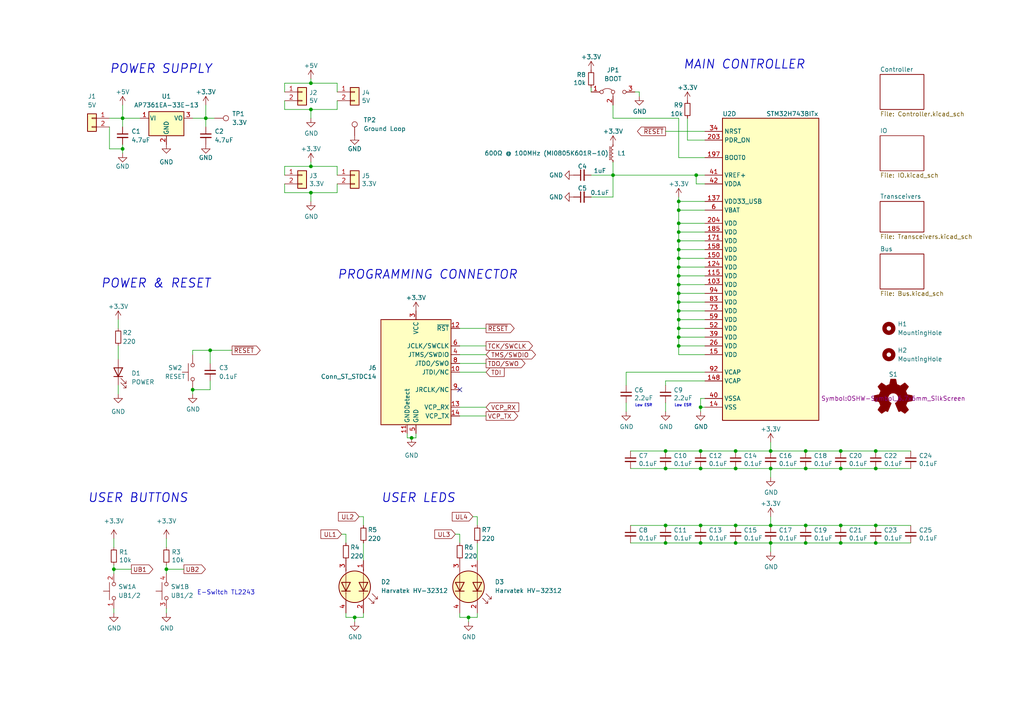
<source format=kicad_sch>
(kicad_sch (version 20230121) (generator eeschema)
  (paper "A4")
  (title_block (title "BigBoy") (rev "1"))
  (junction (at 201.93 50.8))
  (junction (at 203.2 118.11))
  (junction (at 196.85 77.47))
  (junction (at 196.85 80.01))
  (junction (at 135.89 179.07))
  (junction (at 48.26 165.1))
  (junction (at 203.2 152.4))
  (junction (at 196.85 92.71))
  (junction (at 203.2 130.81))
  (junction (at 254 152.4))
  (junction (at 119.38 127))
  (junction (at 223.52 157.48))
  (junction (at 177.8 50.8))
  (junction (at 90.17 31.75))
  (junction (at 213.36 157.48))
  (junction (at 193.04 135.89))
  (junction (at 196.85 58.42))
  (junction (at 233.68 130.81))
  (junction (at 196.85 97.79))
  (junction (at 213.36 152.4))
  (junction (at 243.84 135.89))
  (junction (at 233.68 135.89))
  (junction (at 35.56 43.18))
  (junction (at 223.52 135.89))
  (junction (at 196.85 67.31))
  (junction (at 196.85 82.55))
  (junction (at 213.36 130.81))
  (junction (at 233.68 152.4))
  (junction (at 193.04 130.81))
  (junction (at 223.52 152.4))
  (junction (at 196.85 90.17))
  (junction (at 193.04 152.4))
  (junction (at 196.85 72.39))
  (junction (at 196.85 60.96))
  (junction (at 196.85 74.93))
  (junction (at 90.17 24.13))
  (junction (at 196.85 64.77))
  (junction (at 196.85 100.33))
  (junction (at 254 157.48))
  (junction (at 196.85 69.85))
  (junction (at 213.36 135.89))
  (junction (at 196.85 95.25))
  (junction (at 59.69 34.29))
  (junction (at 243.84 130.81))
  (junction (at 243.84 157.48))
  (junction (at 233.68 157.48))
  (junction (at 203.2 135.89))
  (junction (at 102.87 179.07))
  (junction (at 196.85 87.63))
  (junction (at 203.2 157.48))
  (junction (at 243.84 152.4))
  (junction (at 90.17 48.26))
  (junction (at 223.52 130.81))
  (junction (at 90.17 55.88))
  (junction (at 193.04 157.48))
  (junction (at 35.56 34.29))
  (junction (at 254 135.89))
  (junction (at 55.88 113.03))
  (junction (at 60.96 101.6))
  (junction (at 196.85 85.09))
  (junction (at 33.02 165.1))
  (junction (at 254 130.81))
  (no_connect (at 133.35 113.03))
  (wire (pts (xy 133.35 154.94) (xy 133.35 157.48)))
  (wire (pts (xy 105.41 157.48) (xy 105.41 162.56)))
  (wire (pts (xy 203.2 152.4) (xy 213.36 152.4)))
  (wire (pts (xy 59.69 34.29) (xy 59.69 36.83)))
  (wire (pts (xy 182.88 130.81) (xy 193.04 130.81)))
  (wire (pts (xy 90.17 55.88) (xy 97.79 55.88)))
  (wire (pts (xy 254 130.81) (xy 264.16 130.81)))
  (wire (pts (xy 97.79 26.67) (xy 97.79 24.13)))
  (wire (pts (xy 171.45 57.15) (xy 177.8 57.15)))
  (wire (pts (xy 254 157.48) (xy 264.16 157.48)))
  (wire (pts (xy 82.55 31.75) (xy 82.55 29.21)))
  (wire (pts (xy 204.47 118.11) (xy 203.2 118.11)))
  (wire (pts (xy 193.04 130.81) (xy 203.2 130.81)))
  (wire (pts (xy 196.85 60.96) (xy 204.47 60.96)))
  (wire (pts (xy 196.85 92.71) (xy 196.85 90.17)))
  (wire (pts (xy 132.08 154.94) (xy 133.35 154.94)))
  (wire (pts (xy 133.35 102.87) (xy 140.97 102.87)))
  (wire (pts (xy 196.85 90.17) (xy 196.85 87.63)))
  (wire (pts (xy 204.47 100.33) (xy 196.85 100.33)))
  (wire (pts (xy 102.87 179.07) (xy 105.41 179.07)))
  (wire (pts (xy 196.85 87.63) (xy 204.47 87.63)))
  (wire (pts (xy 196.85 74.93) (xy 196.85 72.39)))
  (wire (pts (xy 90.17 48.26) (xy 90.17 46.99)))
  (wire (pts (xy 60.96 101.6) (xy 55.88 101.6)))
  (wire (pts (xy 203.2 157.48) (xy 213.36 157.48)))
  (wire (pts (xy 31.75 43.18) (xy 35.56 43.18)))
  (wire (pts (xy 133.35 120.65) (xy 140.97 120.65)))
  (wire (pts (xy 213.36 130.81) (xy 223.52 130.81)))
  (wire (pts (xy 118.11 127) (xy 119.38 127)))
  (wire (pts (xy 82.55 55.88) (xy 90.17 55.88)))
  (wire (pts (xy 243.84 135.89) (xy 254 135.89)))
  (wire (pts (xy 34.29 100.33) (xy 34.29 104.14)))
  (wire (pts (xy 196.85 82.55) (xy 196.85 80.01)))
  (wire (pts (xy 48.26 165.1) (xy 48.26 163.83)))
  (wire (pts (xy 223.52 149.86) (xy 223.52 152.4)))
  (wire (pts (xy 203.2 130.81) (xy 213.36 130.81)))
  (wire (pts (xy 55.88 34.29) (xy 59.69 34.29)))
  (wire (pts (xy 193.04 116.84) (xy 193.04 119.38)))
  (wire (pts (xy 133.35 105.41) (xy 140.97 105.41)))
  (wire (pts (xy 254 130.81) (xy 243.84 130.81)))
  (wire (pts (xy 33.02 165.1) (xy 33.02 163.83)))
  (wire (pts (xy 48.26 156.21) (xy 48.26 158.75)))
  (wire (pts (xy 133.35 179.07) (xy 135.89 179.07)))
  (wire (pts (xy 196.85 60.96) (xy 196.85 64.77)))
  (wire (pts (xy 196.85 72.39) (xy 196.85 69.85)))
  (wire (pts (xy 177.8 50.8) (xy 201.93 50.8)))
  (wire (pts (xy 33.02 165.1) (xy 33.02 166.37)))
  (wire (pts (xy 213.36 157.48) (xy 223.52 157.48)))
  (wire (pts (xy 193.04 110.49) (xy 193.04 111.76)))
  (wire (pts (xy 196.85 67.31) (xy 204.47 67.31)))
  (wire (pts (xy 243.84 157.48) (xy 254 157.48)))
  (wire (pts (xy 118.11 125.73) (xy 118.11 127)))
  (wire (pts (xy 35.56 41.91) (xy 35.56 43.18)))
  (wire (pts (xy 196.85 77.47) (xy 196.85 74.93)))
  (wire (pts (xy 102.87 180.34) (xy 102.87 179.07)))
  (wire (pts (xy 204.47 115.57) (xy 203.2 115.57)))
  (wire (pts (xy 67.31 101.6) (xy 60.96 101.6)))
  (wire (pts (xy 97.79 29.21) (xy 97.79 31.75)))
  (wire (pts (xy 100.33 177.8) (xy 100.33 179.07)))
  (wire (pts (xy 97.79 53.34) (xy 97.79 55.88)))
  (wire (pts (xy 138.43 177.8) (xy 138.43 179.07)))
  (wire (pts (xy 196.85 80.01) (xy 204.47 80.01)))
  (wire (pts (xy 90.17 34.29) (xy 90.17 31.75)))
  (wire (pts (xy 196.85 64.77) (xy 204.47 64.77)))
  (wire (pts (xy 55.88 101.6) (xy 55.88 102.87)))
  (wire (pts (xy 35.56 34.29) (xy 35.56 36.83)))
  (wire (pts (xy 196.85 34.29) (xy 196.85 45.72)))
  (wire (pts (xy 196.85 95.25) (xy 204.47 95.25)))
  (wire (pts (xy 196.85 72.39) (xy 204.47 72.39)))
  (wire (pts (xy 59.69 34.29) (xy 62.23 34.29)))
  (wire (pts (xy 105.41 149.86) (xy 105.41 152.4)))
  (wire (pts (xy 133.35 118.11) (xy 140.97 118.11)))
  (wire (pts (xy 31.75 36.83) (xy 31.75 43.18)))
  (wire (pts (xy 203.2 135.89) (xy 193.04 135.89)))
  (wire (pts (xy 138.43 157.48) (xy 138.43 162.56)))
  (wire (pts (xy 171.45 50.8) (xy 177.8 50.8)))
  (wire (pts (xy 243.84 130.81) (xy 233.68 130.81)))
  (wire (pts (xy 196.85 69.85) (xy 196.85 67.31)))
  (wire (pts (xy 203.2 135.89) (xy 213.36 135.89)))
  (wire (pts (xy 82.55 55.88) (xy 82.55 53.34)))
  (wire (pts (xy 196.85 85.09) (xy 204.47 85.09)))
  (wire (pts (xy 55.88 113.03) (xy 55.88 114.3)))
  (wire (pts (xy 196.85 57.15) (xy 196.85 58.42)))
  (wire (pts (xy 35.56 34.29) (xy 40.64 34.29)))
  (wire (pts (xy 204.47 107.95) (xy 181.61 107.95)))
  (wire (pts (xy 48.26 176.53) (xy 48.26 177.8)))
  (wire (pts (xy 181.61 107.95) (xy 181.61 111.76)))
  (wire (pts (xy 177.8 34.29) (xy 177.8 30.48)))
  (wire (pts (xy 120.65 125.73) (xy 120.65 127)))
  (wire (pts (xy 233.68 157.48) (xy 243.84 157.48)))
  (wire (pts (xy 137.16 149.86) (xy 138.43 149.86)))
  (wire (pts (xy 201.93 53.34) (xy 204.47 53.34)))
  (wire (pts (xy 100.33 154.94) (xy 100.33 157.48)))
  (wire (pts (xy 213.36 135.89) (xy 223.52 135.89)))
  (wire (pts (xy 196.85 85.09) (xy 196.85 82.55)))
  (wire (pts (xy 196.85 67.31) (xy 196.85 64.77)))
  (wire (pts (xy 90.17 48.26) (xy 97.79 48.26)))
  (wire (pts (xy 196.85 77.47) (xy 204.47 77.47)))
  (wire (pts (xy 33.02 156.21) (xy 33.02 158.75)))
  (wire (pts (xy 82.55 24.13) (xy 90.17 24.13)))
  (wire (pts (xy 135.89 180.34) (xy 135.89 179.07)))
  (wire (pts (xy 243.84 152.4) (xy 233.68 152.4)))
  (wire (pts (xy 204.47 110.49) (xy 193.04 110.49)))
  (wire (pts (xy 60.96 101.6) (xy 60.96 105.41)))
  (wire (pts (xy 204.47 50.8) (xy 201.93 50.8)))
  (wire (pts (xy 177.8 34.29) (xy 196.85 34.29)))
  (wire (pts (xy 254 135.89) (xy 264.16 135.89)))
  (wire (pts (xy 90.17 24.13) (xy 97.79 24.13)))
  (wire (pts (xy 171.45 25.4) (xy 171.45 26.67)))
  (wire (pts (xy 105.41 177.8) (xy 105.41 179.07)))
  (wire (pts (xy 203.2 118.11) (xy 203.2 119.38)))
  (wire (pts (xy 82.55 48.26) (xy 82.55 50.8)))
  (wire (pts (xy 203.2 115.57) (xy 203.2 118.11)))
  (wire (pts (xy 177.8 46.99) (xy 177.8 50.8)))
  (wire (pts (xy 223.52 157.48) (xy 233.68 157.48)))
  (wire (pts (xy 196.85 74.93) (xy 204.47 74.93)))
  (wire (pts (xy 34.29 111.76) (xy 34.29 114.3)))
  (wire (pts (xy 193.04 152.4) (xy 203.2 152.4)))
  (wire (pts (xy 196.85 60.96) (xy 196.85 58.42)))
  (wire (pts (xy 100.33 179.07) (xy 102.87 179.07)))
  (wire (pts (xy 138.43 149.86) (xy 138.43 152.4)))
  (wire (pts (xy 204.47 40.64) (xy 199.39 40.64)))
  (wire (pts (xy 193.04 157.48) (xy 182.88 157.48)))
  (wire (pts (xy 185.42 27.94) (xy 185.42 26.67)))
  (wire (pts (xy 199.39 34.29) (xy 199.39 40.64)))
  (wire (pts (xy 223.52 130.81) (xy 233.68 130.81)))
  (wire (pts (xy 196.85 87.63) (xy 196.85 85.09)))
  (wire (pts (xy 97.79 50.8) (xy 97.79 48.26)))
  (wire (pts (xy 196.85 100.33) (xy 196.85 97.79)))
  (wire (pts (xy 90.17 58.42) (xy 90.17 55.88)))
  (wire (pts (xy 223.52 135.89) (xy 233.68 135.89)))
  (wire (pts (xy 193.04 135.89) (xy 182.88 135.89)))
  (wire (pts (xy 196.85 92.71) (xy 204.47 92.71)))
  (wire (pts (xy 120.65 127) (xy 119.38 127)))
  (wire (pts (xy 35.56 43.18) (xy 35.56 44.45)))
  (wire (pts (xy 133.35 100.33) (xy 140.97 100.33)))
  (wire (pts (xy 177.8 50.8) (xy 177.8 57.15)))
  (wire (pts (xy 196.85 69.85) (xy 204.47 69.85)))
  (wire (pts (xy 196.85 80.01) (xy 196.85 77.47)))
  (wire (pts (xy 196.85 97.79) (xy 204.47 97.79)))
  (wire (pts (xy 33.02 176.53) (xy 33.02 177.8)))
  (wire (pts (xy 60.96 113.03) (xy 55.88 113.03)))
  (wire (pts (xy 82.55 31.75) (xy 90.17 31.75)))
  (wire (pts (xy 233.68 135.89) (xy 243.84 135.89)))
  (wire (pts (xy 223.52 135.89) (xy 223.52 138.43)))
  (wire (pts (xy 31.75 34.29) (xy 35.56 34.29)))
  (wire (pts (xy 223.52 152.4) (xy 233.68 152.4)))
  (wire (pts (xy 196.85 95.25) (xy 196.85 92.71)))
  (wire (pts (xy 204.47 102.87) (xy 196.85 102.87)))
  (wire (pts (xy 38.1 165.1) (xy 33.02 165.1)))
  (wire (pts (xy 196.85 90.17) (xy 204.47 90.17)))
  (wire (pts (xy 135.89 179.07) (xy 138.43 179.07)))
  (wire (pts (xy 133.35 107.95) (xy 140.97 107.95)))
  (wire (pts (xy 185.42 26.67) (xy 184.15 26.67)))
  (wire (pts (xy 53.34 165.1) (xy 48.26 165.1)))
  (wire (pts (xy 196.85 82.55) (xy 204.47 82.55)))
  (wire (pts (xy 182.88 152.4) (xy 193.04 152.4)))
  (wire (pts (xy 201.93 50.8) (xy 201.93 53.34)))
  (wire (pts (xy 48.26 165.1) (xy 48.26 166.37)))
  (wire (pts (xy 254 152.4) (xy 243.84 152.4)))
  (wire (pts (xy 254 152.4) (xy 264.16 152.4)))
  (wire (pts (xy 59.69 30.48) (xy 59.69 34.29)))
  (wire (pts (xy 34.29 92.71) (xy 34.29 95.25)))
  (wire (pts (xy 60.96 110.49) (xy 60.96 113.03)))
  (wire (pts (xy 223.52 157.48) (xy 223.52 160.02)))
  (wire (pts (xy 196.85 45.72) (xy 204.47 45.72)))
  (wire (pts (xy 196.85 100.33) (xy 196.85 102.87)))
  (wire (pts (xy 82.55 48.26) (xy 90.17 48.26)))
  (wire (pts (xy 213.36 152.4) (xy 223.52 152.4)))
  (wire (pts (xy 133.35 95.25) (xy 140.97 95.25)))
  (wire (pts (xy 104.14 149.86) (xy 105.41 149.86)))
  (wire (pts (xy 223.52 128.27) (xy 223.52 130.81)))
  (wire (pts (xy 90.17 31.75) (xy 97.79 31.75)))
  (wire (pts (xy 133.35 177.8) (xy 133.35 179.07)))
  (wire (pts (xy 82.55 24.13) (xy 82.55 26.67)))
  (wire (pts (xy 90.17 24.13) (xy 90.17 22.86)))
  (wire (pts (xy 181.61 116.84) (xy 181.61 119.38)))
  (wire (pts (xy 99.06 154.94) (xy 100.33 154.94)))
  (wire (pts (xy 203.2 157.48) (xy 193.04 157.48)))
  (wire (pts (xy 196.85 97.79) (xy 196.85 95.25)))
  (wire (pts (xy 193.04 38.1) (xy 204.47 38.1)))
  (wire (pts (xy 35.56 30.48) (xy 35.56 34.29)))
  (wire (pts (xy 196.85 58.42) (xy 204.47 58.42)))
  (text "MAIN CONTROLLER\n" (at 198.12 20.32 0) (effects (font (size 2.56 2.56) (thickness 0.254) bold italic) (justify left bottom)))
  (text "POWER SUPPLY" (at 31.75 21.59 0) (effects (font (size 2.56 2.56) (thickness 0.254) bold italic) (justify left bottom)))
  (text "POWER & RESET\n" (at 29.21 83.82 0) (effects (font (size 2.56 2.56) (thickness 0.254) bold italic) (justify left bottom)))
  (text "USER BUTTONS" (at 25.4 146.05 0) (effects (font (size 2.56 2.56) (thickness 0.254) bold italic) (justify left bottom)))
  (text "PROGRAMMING CONNECTOR\n" (at 97.79 81.28 0) (effects (font (size 2.56 2.56) (thickness 0.254) bold italic) (justify left bottom)))
  (text "USER LEDS" (at 110.49 146.05 0) (effects (font (size 2.56 2.56) (thickness 0.254) bold italic) (justify left bottom)))
  (text "E-Switch TL2243" (at 57.15 172.72 0) (effects (font (size 1.27 1.27)) (justify left bottom)))
  (text "Low ESR" (at 195.58 118.11 0) (effects (font (size 0.762 0.762)) (justify left bottom)))
  (text "Low ESR" (at 184.15 118.11 0) (effects (font (size 0.762 0.762)) (justify left bottom)))
  (global_label "UB1" (shape output) (at 38.1 165.1 0) (property "Intersheetrefs" "${INTERSHEET_REFS}" (effects hide)))
  (global_label "VCP_RX" (shape input) (at 140.97 118.11 0) (property "Intersheetrefs" "${INTERSHEET_REFS}" (effects hide)))
  (global_label "~{RESET}" (shape output) (at 193.04 38.1 180) (property "Intersheetrefs" "${INTERSHEET_REFS}" (effects hide)))
  (global_label "TDI" (shape input) (at 140.97 107.95 0) (property "Intersheetrefs" "${INTERSHEET_REFS}" (effects hide)))
  (global_label "UB2" (shape output) (at 53.34 165.1 0) (property "Intersheetrefs" "${INTERSHEET_REFS}" (effects hide)))
  (global_label "~{RESET}" (shape output) (at 140.97 95.25 0) (property "Intersheetrefs" "${INTERSHEET_REFS}" (effects hide)))
  (global_label "TMS{slash}SWDIO" (shape bidirectional) (at 140.97 102.87 0) (property "Intersheetrefs" "${INTERSHEET_REFS}" (effects hide)))
  (global_label "VCP_TX" (shape output) (at 140.97 120.65 0) (property "Intersheetrefs" "${INTERSHEET_REFS}" (effects hide)))
  (global_label "TCK{slash}SWCLK" (shape output) (at 140.97 100.33 0) (property "Intersheetrefs" "${INTERSHEET_REFS}" (effects hide)))
  (global_label "UL4" (shape input) (at 137.16 149.86 180) (property "Intersheetrefs" "${INTERSHEET_REFS}" (effects hide)))
  (global_label "UL3" (shape input) (at 132.08 154.94 180) (property "Intersheetrefs" "${INTERSHEET_REFS}" (effects hide)))
  (global_label "~{RESET}" (shape output) (at 67.31 101.6 0) (property "Intersheetrefs" "${INTERSHEET_REFS}" (effects hide)))
  (global_label "UL1" (shape input) (at 99.06 154.94 180) (property "Intersheetrefs" "${INTERSHEET_REFS}" (effects hide)))
  (global_label "UL2" (shape input) (at 104.14 149.86 180) (property "Intersheetrefs" "${INTERSHEET_REFS}" (effects hide)))
  (global_label "TDO{slash}SWO" (shape output) (at 140.97 105.41 0) (property "Intersheetrefs" "${INTERSHEET_REFS}" (effects hide)))
  (symbol (lib_id "Device:C_Small") (at 60.96 107.95 0) (unit 1)
    (property "Reference" "C3" (at 63.5 106.68 0) (effects (justify left)))
    (property "Value" "0.1uF" (at 63.5 109.22 0) (effects (justify left)))
    (property "Footprint" "Capacitor_SMD:C_0805_2012Metric_Pad1.18x1.45mm_HandSolder" (effects hide))
  )
  (symbol (lib_id "Device:R_Small") (at 133.35 160.02 0) (unit 1)
    (property "Reference" "R6" (at 134.62 158.75 0) (effects (justify left)))
    (property "Value" "220" (at 134.62 161.29 0) (effects (justify left)))
    (property "Footprint" "Resistor_SMD:R_0805_2012Metric_Pad1.20x1.40mm_HandSolder" (effects hide))
  )
  (symbol (lib_id "Device:LED_Dual_AKAK") (at 102.87 170.18 270) (unit 1)
    (property "Reference" "D2" (at 110.49 168.783 90) (effects (justify left)))
    (property "Value" "Harvatek HV-32312" (at 110.49 171.323 90) (effects (justify left)))
    (property "Footprint" "Computie_Miscellaneous:Harvatek_HV-32312-260-2SUB" (effects hide))
  )
  (symbol (lib_id "Device:C_Small") (at 168.91 50.8 90) (unit 1)
    (property "Reference" "C4" (at 168.91 48.26 90))
    (property "Value" "1uF" (at 173.99 49.53 90))
    (property "Footprint" "Capacitor_SMD:C_0805_2012Metric_Pad1.18x1.45mm_HandSolder" (effects hide))
  )
  (symbol (lib_id "Device:C_Small") (at 233.68 133.35 0) (unit 1)
    (property "Reference" "C18" (at 236.0168 132.1816 0) (effects (justify left)))
    (property "Value" "0.1uF" (at 236.0168 134.493 0) (effects (justify left)))
    (property "Footprint" "Capacitor_SMD:C_0805_2012Metric_Pad1.18x1.45mm_HandSolder" (effects hide))
  )
  (symbol (lib_id "Device:R_Small") (at 48.26 161.29 0) (unit 1)
    (property "Reference" "R3" (at 49.7586 160.1216 0) (effects (justify left)))
    (property "Value" "10k" (at 49.7586 162.433 0) (effects (justify left)))
    (property "Footprint" "Resistor_SMD:R_0805_2012Metric_Pad1.20x1.40mm_HandSolder" (effects hide))
  )
  (symbol (lib_id "Computie_Microcontrollers:STM32H743BITx") (at 223.52 76.2 0) (unit 4)
    (property "Reference" "U2" (at 209.55 33.02 0) (effects (justify left)))
    (property "Value" "STM32H743BITx" (at 222.25 33.02 0) (effects (justify left)))
    (property "Footprint" "Package_QFP:LQFP-208_28x28mm_P0.5mm" (effects hide))
    (property "Datasheet" "https://www.st.com/resource/en/datasheet/stm32h743bi.pdf" (effects hide))
  )
  (symbol (lib_id "power:+3.3V") (at 59.69 30.48 0) (unit 1)
    (property "Reference" "#PWR011" (effects hide))
    (property "Value" "+3.3V" (at 59.69 26.67 0))
  )
  (symbol (lib_id "power:GND") (at 223.52 160.02 0) (unit 1)
    (property "Reference" "#PWR035" (effects hide))
    (property "Value" "GND" (at 223.647 164.4142 0))
  )
  (symbol (lib_id "Mechanical:MountingHole") (at 257.81 102.87 0) (unit 1)
    (property "Reference" "H2" (at 260.35 101.6 0) (effects (justify left)))
    (property "Value" "MountingHole" (at 260.35 104.14 0) (effects (justify left)))
    (property "Footprint" "MountingHole:MountingHole_2.7mm_M2.5_DIN965" (effects hide))
  )
  (symbol (lib_id "Device:R_Small") (at 100.33 160.02 0) (unit 1)
    (property "Reference" "R4" (at 101.6 158.75 0) (effects (justify left)))
    (property "Value" "220" (at 101.6 161.29 0) (effects (justify left)))
    (property "Footprint" "Resistor_SMD:R_0805_2012Metric_Pad1.20x1.40mm_HandSolder" (effects hide))
  )
  (symbol (lib_id "Device:C_Small") (at 254 133.35 0) (unit 1)
    (property "Reference" "C22" (at 256.3368 132.1816 0) (effects (justify left)))
    (property "Value" "0.1uF" (at 256.3368 134.493 0) (effects (justify left)))
    (property "Footprint" "Capacitor_SMD:C_0805_2012Metric_Pad1.18x1.45mm_HandSolder" (effects hide))
  )
  (symbol (lib_id "power:+3.3V") (at 223.52 128.27 0) (unit 1)
    (property "Reference" "#PWR032" (effects hide))
    (property "Value" "+3.3V" (at 223.52 124.46 0))
  )
  (symbol (lib_id "Connector_Generic:Conn_01x02") (at 102.87 50.8 0) (unit 1)
    (property "Reference" "J5" (at 104.902 51.0032 0) (effects (justify left)))
    (property "Value" "3.3V" (at 104.902 53.3146 0) (effects (justify left)))
    (property "Footprint" "Connector_PinHeader_2.54mm:PinHeader_1x02_P2.54mm_Vertical" (effects hide))
  )
  (symbol (lib_id "Device:C_Small") (at 264.16 154.94 0) (unit 1)
    (property "Reference" "C25" (at 266.4968 153.7716 0) (effects (justify left)))
    (property "Value" "0.1uF" (at 266.4968 156.083 0) (effects (justify left)))
    (property "Footprint" "Capacitor_SMD:C_0805_2012Metric_Pad1.18x1.45mm_HandSolder" (effects hide))
  )
  (symbol (lib_id "Switch:SW_Push_Dual_x2") (at 33.02 171.45 90) (unit 1)
    (property "Reference" "SW1" (at 34.29 170.18 90) (effects (justify right)))
    (property "Value" "UB1/2" (at 34.29 172.72 90) (effects (justify right)))
    (property "Footprint" "Computie_Miscellaneous:E-Switch_TL2243" (effects hide))
  )
  (symbol (lib_id "Device:R_Small") (at 171.45 22.86 0) (mirror y) (unit 1)
    (property "Reference" "R8" (at 169.9514 21.6916 0) (effects (justify left)))
    (property "Value" "10k" (at 169.9514 24.003 0) (effects (justify left)))
    (property "Footprint" "Resistor_SMD:R_0805_2012Metric_Pad1.20x1.40mm_HandSolder" (effects hide))
  )
  (symbol (lib_id "Device:R_Small") (at 34.29 97.79 0) (unit 1)
    (property "Reference" "R2" (at 35.56 96.52 0) (effects (justify left)))
    (property "Value" "220" (at 35.56 99.06 0) (effects (justify left)))
    (property "Footprint" "Resistor_SMD:R_0805_2012Metric_Pad1.20x1.40mm_HandSolder" (effects hide))
  )
  (symbol (lib_id "Device:C_Small") (at 181.61 114.3 0) (unit 1)
    (property "Reference" "C6" (at 183.9468 113.1316 0) (effects (justify left)))
    (property "Value" "2.2uF" (at 183.9468 115.443 0) (effects (justify left)))
    (property "Footprint" "Capacitor_SMD:C_0805_2012Metric_Pad1.18x1.45mm_HandSolder" (effects hide))
  )
  (symbol (lib_id "power:+3.3V") (at 171.45 20.32 0) (unit 1)
    (property "Reference" "#PWR024" (effects hide))
    (property "Value" "+3.3V" (at 171.45 16.51 0))
  )
  (symbol (lib_id "Connector:TestPoint") (at 62.23 34.29 270) (unit 1)
    (property "Reference" "TP1" (at 67.31 33.02 90) (effects (justify left)))
    (property "Value" "3.3V" (at 67.31 35.56 90) (effects (justify left)))
    (property "Footprint" "TestPoint:TestPoint_THTPad_2.0x2.0mm_Drill1.0mm" (effects hide))
  )
  (symbol (lib_id "power:GND") (at 193.04 119.38 0) (unit 1)
    (property "Reference" "#PWR028" (effects hide))
    (property "Value" "GND" (at 193.167 123.7742 0))
  )
  (symbol (lib_id "power:+5V") (at 35.56 30.48 0) (unit 1)
    (property "Reference" "#PWR05" (effects hide))
    (property "Value" "+5V" (at 35.56 26.67 0))
  )
  (symbol (lib_id "Connector_Generic:Conn_01x02") (at 87.63 26.67 0) (unit 1)
    (property "Reference" "J2" (at 89.662 26.8732 0) (effects (justify left)))
    (property "Value" "5V" (at 89.662 29.1846 0) (effects (justify left)))
    (property "Footprint" "Connector_PinHeader_2.54mm:PinHeader_1x02_P2.54mm_Vertical" (effects hide))
  )
  (symbol (lib_id "Device:C_Small") (at 168.91 57.15 90) (unit 1)
    (property "Reference" "C5" (at 168.91 54.61 90))
    (property "Value" "0.1uF" (at 173.99 55.88 90))
    (property "Footprint" "Capacitor_SMD:C_0805_2012Metric_Pad1.18x1.45mm_HandSolder" (effects hide))
  )
  (symbol (lib_id "power:GND") (at 102.87 39.37 0) (unit 1)
    (property "Reference" "#PWR017" (effects hide))
    (property "Value" "GND" (at 102.87 43.18 0))
  )
  (symbol (lib_id "Connector_Generic:Conn_01x02") (at 102.87 26.67 0) (unit 1)
    (property "Reference" "J4" (at 104.902 26.8732 0) (effects (justify left)))
    (property "Value" "5V" (at 104.902 29.1846 0) (effects (justify left)))
    (property "Footprint" "Connector_PinHeader_2.54mm:PinHeader_1x02_P2.54mm_Vertical" (effects hide))
  )
  (symbol (lib_id "Device:C_Small") (at 203.2 154.94 0) (unit 1)
    (property "Reference" "C13" (at 205.5368 153.7716 0) (effects (justify left)))
    (property "Value" "0.1uF" (at 205.5368 156.083 0) (effects (justify left)))
    (property "Footprint" "Capacitor_SMD:C_0805_2012Metric_Pad1.18x1.45mm_HandSolder" (effects hide))
  )
  (symbol (lib_id "Device:C_Small") (at 182.88 154.94 0) (unit 1)
    (property "Reference" "C8" (at 185.2168 153.7716 0) (effects (justify left)))
    (property "Value" "0.1uF" (at 185.2168 156.083 0) (effects (justify left)))
    (property "Footprint" "Capacitor_SMD:C_0805_2012Metric_Pad1.18x1.45mm_HandSolder" (effects hide))
  )
  (symbol (lib_id "power:+3.3V") (at 48.26 156.21 0) (unit 1)
    (property "Reference" "#PWR08" (effects hide))
    (property "Value" "+3.3V" (at 48.26 151.13 0))
  )
  (symbol (lib_id "power:GND") (at 102.87 180.34 0) (unit 1)
    (property "Reference" "#PWR018" (effects hide))
    (property "Value" "GND" (at 102.997 184.7342 0))
  )
  (symbol (lib_id "power:+3.3V") (at 199.39 29.21 0) (unit 1)
    (property "Reference" "#PWR030" (effects hide))
    (property "Value" "+3.3V" (at 199.39 25.4 0))
  )
  (symbol (lib_id "power:GND") (at 185.42 27.94 0) (unit 1)
    (property "Reference" "#PWR027" (effects hide))
    (property "Value" "GND" (at 185.547 32.3342 0))
  )
  (symbol (lib_id "Device:C_Small") (at 254 154.94 0) (unit 1)
    (property "Reference" "C23" (at 256.3368 153.7716 0) (effects (justify left)))
    (property "Value" "0.1uF" (at 256.3368 156.083 0) (effects (justify left)))
    (property "Footprint" "Capacitor_SMD:C_0805_2012Metric_Pad1.18x1.45mm_HandSolder" (effects hide))
  )
  (symbol (lib_id "Connector:Conn_ST_STDC14") (at 120.65 107.95 0) (unit 1)
    (property "Reference" "J6" (at 109.22 106.68 0) (effects (justify right)))
    (property "Value" "Conn_ST_STDC14" (at 109.22 109.22 0) (effects (justify right)))
    (property "Footprint" "Connector_PinHeader_1.27mm:PinHeader_2x07_P1.27mm_Vertical_SMD" (effects hide))
    (property "Datasheet" "https://www.st.com/content/ccc/resource/technical/document/user_manual/group1/99/49/91/b6/b2/3a/46/e5/DM00526767/files/DM00526767.pdf/jcr:content/translations/en.DM00526767.pdf" (effects hide))
  )
  (symbol (lib_id "power:GND") (at 181.61 119.38 0) (unit 1)
    (property "Reference" "#PWR026" (effects hide))
    (property "Value" "GND" (at 181.737 123.7742 0))
  )
  (symbol (lib_id "Device:C_Small") (at 243.84 154.94 0) (unit 1)
    (property "Reference" "C21" (at 246.1768 153.7716 0) (effects (justify left)))
    (property "Value" "0.1uF" (at 246.1768 156.083 0) (effects (justify left)))
    (property "Footprint" "Capacitor_SMD:C_0805_2012Metric_Pad1.18x1.45mm_HandSolder" (effects hide))
  )
  (symbol (lib_id "power:+5V") (at 90.17 22.86 0) (unit 1)
    (property "Reference" "#PWR013" (effects hide))
    (property "Value" "+5V" (at 90.17 19.05 0))
  )
  (symbol (lib_id "power:GND") (at 203.2 119.38 0) (unit 1)
    (property "Reference" "#PWR031" (effects hide))
    (property "Value" "GND" (at 203.327 123.7742 0))
  )
  (symbol (lib_id "Device:C_Small") (at 193.04 133.35 0) (unit 1)
    (property "Reference" "C10" (at 195.3768 132.1816 0) (effects (justify left)))
    (property "Value" "0.1uF" (at 195.3768 134.493 0) (effects (justify left)))
    (property "Footprint" "Capacitor_SMD:C_0805_2012Metric_Pad1.18x1.45mm_HandSolder" (effects hide))
  )
  (symbol (lib_id "power:GND") (at 34.29 114.3 0) (unit 1)
    (property "Reference" "#PWR04" (effects hide))
    (property "Value" "GND" (at 34.29 119.38 0))
  )
  (symbol (lib_id "power:GND") (at 33.02 177.8 0) (unit 1)
    (property "Reference" "#PWR02" (effects hide))
    (property "Value" "GND" (at 33.147 182.1942 0))
  )
  (symbol (lib_id "power:GND") (at 119.38 127 0) (unit 1)
    (property "Reference" "#PWR019" (effects hide))
    (property "Value" "GND" (at 119.38 132.08 0))
  )
  (symbol (lib_id "Device:R_Small") (at 105.41 154.94 0) (unit 1)
    (property "Reference" "R5" (at 106.68 153.67 0) (effects (justify left)))
    (property "Value" "220" (at 106.68 156.21 0) (effects (justify left)))
    (property "Footprint" "Resistor_SMD:R_0805_2012Metric_Pad1.20x1.40mm_HandSolder" (effects hide))
  )
  (symbol (lib_id "Graphic:Logo_Open_Hardware_Small") (at 259.08 115.57 0) (unit 1)
    (property "Reference" "S1" (at 259.08 108.585 0))
    (property "Value" "Logo_Open_Hardware_Small" (effects hide))
    (property "Footprint" "Symbol:OSHW-Symbol_6.7x6mm_SilkScreen" (at 259.08 115.57 0))
    (property "Sim.Enable" "0" (effects hide))
  )
  (symbol (lib_id "Device:C_Small") (at 213.36 154.94 0) (unit 1)
    (property "Reference" "C15" (at 215.6968 153.7716 0) (effects (justify left)))
    (property "Value" "0.1uF" (at 215.6968 156.083 0) (effects (justify left)))
    (property "Footprint" "Capacitor_SMD:C_0805_2012Metric_Pad1.18x1.45mm_HandSolder" (effects hide))
  )
  (symbol (lib_id "Switch:SW_Push_Dual_x2") (at 48.26 171.45 90) (unit 2)
    (property "Reference" "SW1" (at 49.53 170.18 90) (effects (justify right)))
    (property "Value" "UB1/2" (at 49.53 172.72 90) (effects (justify right)))
    (property "Footprint" "Computie_Miscellaneous:E-Switch_TL2243" (effects hide))
  )
  (symbol (lib_id "Device:C_Small") (at 182.88 133.35 0) (unit 1)
    (property "Reference" "C7" (at 185.2168 132.1816 0) (effects (justify left)))
    (property "Value" "0.1uF" (at 185.2168 134.493 0) (effects (justify left)))
    (property "Footprint" "Capacitor_SMD:C_0805_2012Metric_Pad1.18x1.45mm_HandSolder" (effects hide))
  )
  (symbol (lib_id "power:GND") (at 90.17 34.29 0) (unit 1)
    (property "Reference" "#PWR014" (effects hide))
    (property "Value" "GND" (at 90.297 38.6842 0))
  )
  (symbol (lib_id "Device:C_Small") (at 59.69 39.37 0) (unit 1)
    (property "Reference" "C2" (at 62.23 38.1 0) (effects (justify left)))
    (property "Value" "4.7uF" (at 62.23 40.64 0) (effects (justify left)))
    (property "Footprint" "Capacitor_SMD:C_1206_3216Metric_Pad1.33x1.80mm_HandSolder" (effects hide))
  )
  (symbol (lib_id "power:GND") (at 166.37 57.15 270) (unit 1)
    (property "Reference" "#PWR023" (effects hide))
    (property "Value" "GND" (at 161.29 57.15 90))
  )
  (symbol (lib_id "Mechanical:MountingHole") (at 257.81 95.25 0) (unit 1)
    (property "Reference" "H1" (at 260.35 93.98 0) (effects (justify left)))
    (property "Value" "MountingHole" (at 260.35 96.52 0) (effects (justify left)))
    (property "Footprint" "MountingHole:MountingHole_2.7mm_M2.5_DIN965" (effects hide))
  )
  (symbol (lib_id "Device:C_Small") (at 233.68 154.94 0) (unit 1)
    (property "Reference" "C19" (at 236.0168 153.7716 0) (effects (justify left)))
    (property "Value" "0.1uF" (at 236.0168 156.083 0) (effects (justify left)))
    (property "Footprint" "Capacitor_SMD:C_0805_2012Metric_Pad1.18x1.45mm_HandSolder" (effects hide))
  )
  (symbol (lib_id "Jumper:Jumper_3_Bridged12") (at 177.8 26.67 0) (unit 1)
    (property "Reference" "JP1" (at 177.8 20.32 0))
    (property "Value" "BOOT" (at 177.8 22.86 0))
    (property "Footprint" "Connector_PinHeader_2.54mm:PinHeader_1x03_P2.54mm_Vertical" (effects hide))
  )
  (symbol (lib_id "power:GND") (at 90.17 58.42 0) (unit 1)
    (property "Reference" "#PWR016" (effects hide))
    (property "Value" "GND" (at 90.297 62.8142 0))
  )
  (symbol (lib_id "power:+3.3V") (at 120.65 90.17 0) (unit 1)
    (property "Reference" "#PWR020" (effects hide))
    (property "Value" "+3.3V" (at 120.65 86.36 0))
  )
  (symbol (lib_id "Regulator_Linear:AP7361C-33E") (at 48.26 34.29 0) (unit 1)
    (property "Reference" "U1" (at 48.26 27.94 0))
    (property "Value" "AP7361EA-33E-13" (at 48.26 30.48 0))
    (property "Footprint" "Package_TO_SOT_SMD:SOT-223" (effects hide))
    (property "Datasheet" "https://www.diodes.com/assets/Datasheets/AP7361C.pdf" (effects hide))
  )
  (symbol (lib_id "Switch:SW_Push") (at 55.88 107.95 90) (unit 1)
    (property "Reference" "SW2" (at 50.8 106.68 90))
    (property "Value" "RESET" (at 50.8 109.22 90))
    (property "Footprint" "Button_Switch_THT:SW_PUSH_6mm" (effects hide))
  )
  (symbol (lib_id "power:GND") (at 48.26 177.8 0) (unit 1)
    (property "Reference" "#PWR09" (effects hide))
    (property "Value" "GND" (at 48.387 182.1942 0))
  )
  (symbol (lib_id "Device:L_Ferrite_Small") (at 177.8 44.45 180) (unit 1)
    (property "Reference" "L1" (at 179.07 44.45 0) (effects (justify right)))
    (property "Value" "600Ω @ 100MHz (MI0805K601R-10)" (at 176.53 44.45 0) (effects (justify left)))
    (property "Footprint" "PCM_Ferrite_SMD_Handsoldering_AKL:Ferrite_0805_2012Metric_Pad1.15x1.40mm_BigPads" (effects hide))
  )
  (symbol (lib_id "Device:R_Small") (at 33.02 161.29 0) (unit 1)
    (property "Reference" "R1" (at 34.5186 160.1216 0) (effects (justify left)))
    (property "Value" "10k" (at 34.5186 162.433 0) (effects (justify left)))
    (property "Footprint" "Resistor_SMD:R_0805_2012Metric_Pad1.20x1.40mm_HandSolder" (effects hide))
  )
  (symbol (lib_id "Device:R_Small") (at 138.43 154.94 0) (unit 1)
    (property "Reference" "R7" (at 139.7 153.67 0) (effects (justify left)))
    (property "Value" "220" (at 139.7 156.21 0) (effects (justify left)))
    (property "Footprint" "Resistor_SMD:R_0805_2012Metric_Pad1.20x1.40mm_HandSolder" (effects hide))
  )
  (symbol (lib_id "Device:C_Small") (at 223.52 133.35 0) (unit 1)
    (property "Reference" "C16" (at 225.8568 132.1816 0) (effects (justify left)))
    (property "Value" "0.1uF" (at 225.8568 134.493 0) (effects (justify left)))
    (property "Footprint" "Capacitor_SMD:C_0805_2012Metric_Pad1.18x1.45mm_HandSolder" (effects hide))
  )
  (symbol (lib_id "power:GND") (at 59.69 41.91 0) (unit 1)
    (property "Reference" "#PWR012" (effects hide))
    (property "Value" "GND" (at 59.69 45.72 0))
  )
  (symbol (lib_id "power:GND") (at 135.89 180.34 0) (unit 1)
    (property "Reference" "#PWR021" (effects hide))
    (property "Value" "GND" (at 136.017 184.7342 0))
  )
  (symbol (lib_id "Connector_Generic:Conn_01x02") (at 26.67 34.29 0) (mirror y) (unit 1)
    (property "Reference" "J1" (at 26.67 27.94 0))
    (property "Value" "5V" (at 26.67 30.48 0))
    (property "Footprint" "Connector_PinHeader_2.54mm:PinHeader_1x02_P2.54mm_Vertical" (effects hide))
  )
  (symbol (lib_id "Device:C_Small") (at 193.04 114.3 0) (unit 1)
    (property "Reference" "C9" (at 195.3768 113.1316 0) (effects (justify left)))
    (property "Value" "2.2uF" (at 195.3768 115.443 0) (effects (justify left)))
    (property "Footprint" "Capacitor_SMD:C_0805_2012Metric_Pad1.18x1.45mm_HandSolder" (effects hide))
  )
  (symbol (lib_id "power:GND") (at 48.26 41.91 0) (unit 1)
    (property "Reference" "#PWR07" (effects hide))
    (property "Value" "GND" (at 48.26 46.99 0))
  )
  (symbol (lib_id "power:+3.3V") (at 90.17 46.99 0) (unit 1)
    (property "Reference" "#PWR015" (effects hide))
    (property "Value" "+3.3V" (at 90.17 43.18 0))
  )
  (symbol (lib_id "Connector:TestPoint") (at 102.87 39.37 0) (unit 1)
    (property "Reference" "TP2" (at 105.41 34.798 0) (effects (justify left)))
    (property "Value" "Ground Loop" (at 105.41 37.338 0) (effects (justify left)))
    (property "Footprint" "TestPoint:TestPoint_Loop_D2.60mm_Drill1.6mm_Beaded" (effects hide))
  )
  (symbol (lib_id "power:GND") (at 166.37 50.8 270) (unit 1)
    (property "Reference" "#PWR022" (effects hide))
    (property "Value" "GND" (at 161.29 50.8 90))
  )
  (symbol (lib_id "power:GND") (at 55.88 114.3 0) (unit 1)
    (property "Reference" "#PWR010" (effects hide))
    (property "Value" "GND" (at 56.007 118.6942 0))
  )
  (symbol (lib_id "Device:C_Small") (at 203.2 133.35 0) (unit 1)
    (property "Reference" "C12" (at 205.5368 132.1816 0) (effects (justify left)))
    (property "Value" "0.1uF" (at 205.5368 134.493 0) (effects (justify left)))
    (property "Footprint" "Capacitor_SMD:C_0805_2012Metric_Pad1.18x1.45mm_HandSolder" (effects hide))
  )
  (symbol (lib_id "power:GND") (at 223.52 138.43 0) (unit 1)
    (property "Reference" "#PWR033" (effects hide))
    (property "Value" "GND" (at 223.647 142.8242 0))
  )
  (symbol (lib_id "Device:C_Small") (at 213.36 133.35 0) (unit 1)
    (property "Reference" "C14" (at 215.6968 132.1816 0) (effects (justify left)))
    (property "Value" "0.1uF" (at 215.6968 134.493 0) (effects (justify left)))
    (property "Footprint" "Capacitor_SMD:C_0805_2012Metric_Pad1.18x1.45mm_HandSolder" (effects hide))
  )
  (symbol (lib_id "power:+3.3V") (at 34.29 92.71 0) (unit 1)
    (property "Reference" "#PWR03" (effects hide))
    (property "Value" "+3.3V" (at 34.29 88.9 0))
  )
  (symbol (lib_id "Device:C_Small") (at 193.04 154.94 0) (unit 1)
    (property "Reference" "C11" (at 195.3768 153.7716 0) (effects (justify left)))
    (property "Value" "0.1uF" (at 195.3768 156.083 0) (effects (justify left)))
    (property "Footprint" "Capacitor_SMD:C_0805_2012Metric_Pad1.18x1.45mm_HandSolder" (effects hide))
  )
  (symbol (lib_id "Device:C_Small") (at 35.56 39.37 0) (unit 1)
    (property "Reference" "C1" (at 38.1 38.1 0) (effects (justify left)))
    (property "Value" "4.7uF" (at 38.1 40.64 0) (effects (justify left)))
    (property "Footprint" "Capacitor_SMD:C_1206_3216Metric_Pad1.33x1.80mm_HandSolder" (effects hide))
  )
  (symbol (lib_id "Device:R_Small") (at 199.39 31.75 0) (mirror y) (unit 1)
    (property "Reference" "R9" (at 198.12 30.48 0) (effects (justify left)))
    (property "Value" "10k" (at 198.12 33.02 0) (effects (justify left)))
    (property "Footprint" "Resistor_SMD:R_0805_2012Metric_Pad1.20x1.40mm_HandSolder" (effects hide))
  )
  (symbol (lib_id "Device:C_Small") (at 223.52 154.94 0) (unit 1)
    (property "Reference" "C17" (at 225.8568 153.7716 0) (effects (justify left)))
    (property "Value" "0.1uF" (at 225.8568 156.083 0) (effects (justify left)))
    (property "Footprint" "Capacitor_SMD:C_0805_2012Metric_Pad1.18x1.45mm_HandSolder" (effects hide))
  )
  (symbol (lib_id "power:+3.3V") (at 196.85 57.15 0) (unit 1)
    (property "Reference" "#PWR029" (effects hide))
    (property "Value" "+3.3V" (at 196.85 53.34 0))
  )
  (symbol (lib_id "Device:LED_Dual_AKAK") (at 135.89 170.18 270) (unit 1)
    (property "Reference" "D3" (at 143.51 168.783 90) (effects (justify left)))
    (property "Value" "Harvatek HV-32312" (at 143.51 171.323 90) (effects (justify left)))
    (property "Footprint" "Computie_Miscellaneous:Harvatek_HV-32312-260-2SUB" (effects hide))
  )
  (symbol (lib_id "power:+3.3V") (at 33.02 156.21 0) (unit 1)
    (property "Reference" "#PWR01" (effects hide))
    (property "Value" "+3.3V" (at 33.02 151.13 0))
  )
  (symbol (lib_id "Device:LED") (at 34.29 107.95 90) (unit 1)
    (property "Reference" "D1" (at 38.1 108.2674 90) (effects (justify right)))
    (property "Value" "POWER" (at 38.1 110.8074 90) (effects (justify right)))
    (property "Footprint" "LED_SMD:LED_PLCC-2_3.4x3.0mm_KA" (effects hide))
  )
  (symbol (lib_id "power:+3.3V") (at 223.52 149.86 0) (unit 1)
    (property "Reference" "#PWR034" (effects hide))
    (property "Value" "+3.3V" (at 223.52 146.05 0))
  )
  (symbol (lib_id "power:GND") (at 35.56 44.45 0) (unit 1)
    (property "Reference" "#PWR06" (effects hide))
    (property "Value" "GND" (at 35.56 48.26 0))
  )
  (symbol (lib_id "Connector_Generic:Conn_01x02") (at 87.63 50.8 0) (unit 1)
    (property "Reference" "J3" (at 89.662 51.0032 0) (effects (justify left)))
    (property "Value" "3.3V" (at 89.662 53.3146 0) (effects (justify left)))
    (property "Footprint" "Connector_PinHeader_2.54mm:PinHeader_1x02_P2.54mm_Vertical" (effects hide))
  )
  (symbol (lib_id "Device:C_Small") (at 243.84 133.35 0) (unit 1)
    (property "Reference" "C20" (at 246.1768 132.1816 0) (effects (justify left)))
    (property "Value" "0.1uF" (at 246.1768 134.493 0) (effects (justify left)))
    (property "Footprint" "Capacitor_SMD:C_0805_2012Metric_Pad1.18x1.45mm_HandSolder" (effects hide))
  )
  (symbol (lib_id "Device:C_Small") (at 264.16 133.35 0) (unit 1)
    (property "Reference" "C24" (at 266.4968 132.1816 0) (effects (justify left)))
    (property "Value" "0.1uF" (at 266.4968 134.493 0) (effects (justify left)))
    (property "Footprint" "Capacitor_SMD:C_0805_2012Metric_Pad1.18x1.45mm_HandSolder" (effects hide))
  )
  (symbol (lib_id "power:+3.3V") (at 177.8 41.91 0) (unit 1)
    (property "Reference" "#PWR025" (effects hide))
    (property "Value" "+3.3V" (at 177.8 38.1 0))
  )
  (sheet (at 255.27 73.66) (size 12.7 10.16) (stroke (width 0.1524))
    (property "Sheetname" "Bus" (at 255.27 72.9484 0) (effects (justify left bottom)))
    (property "Sheetfile" "Bus.kicad_sch" (at 255.27 84.4046 0) (effects (justify left top)))
  )
  (sheet (at 255.27 39.37) (size 12.7 10.16) (stroke (width 0.1524))
    (property "Sheetname" "IO" (at 255.27 38.6584 0) (effects (justify left bottom)))
    (property "Sheetfile" "IO.kicad_sch" (at 255.27 50.1146 0) (effects (justify left top)))
  )
  (sheet (at 255.27 58.42) (size 12.7 8.89) (stroke (width 0.1524))
    (property "Sheetname" "Transceivers" (at 255.27 57.7084 0) (effects (justify left bottom)))
    (property "Sheetfile" "Transceivers.kicad_sch" (at 255.27 67.8946 0) (effects (justify left top)))
  )
  (sheet (at 255.27 21.59) (size 12.7 10.16) (stroke (width 0.1524))
    (property "Sheetname" "Controller" (at 255.27 20.8784 0) (effects (justify left bottom)))
    (property "Sheetfile" "Controller.kicad_sch" (at 255.27 32.3346 0) (effects (justify left top)))
  )
)
</source>
